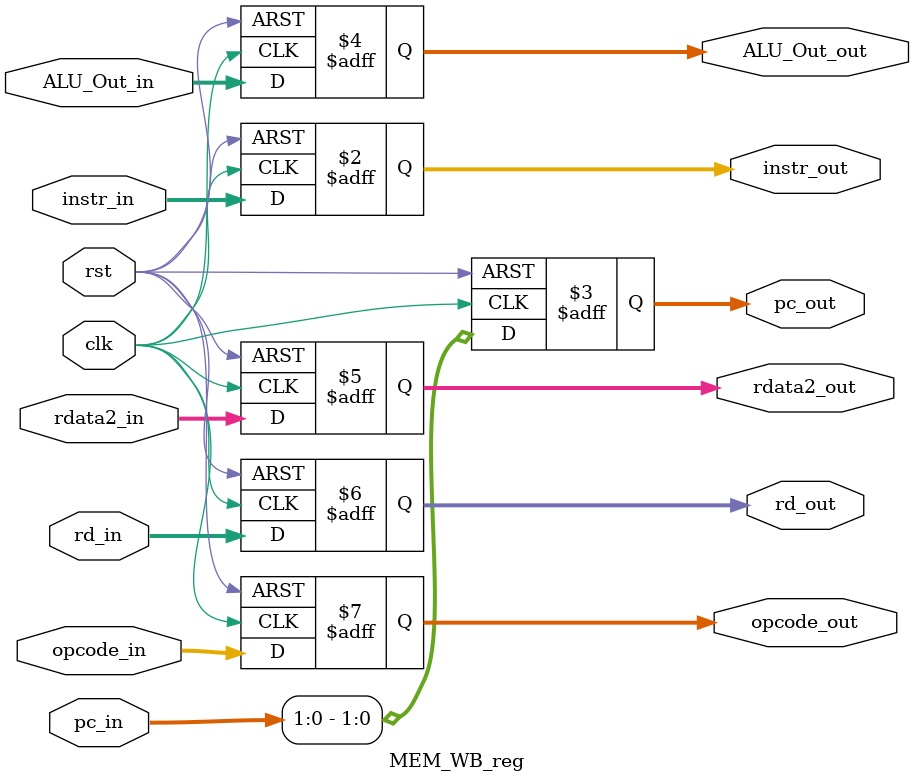
<source format=v>
`timescale 1ns / 1ps

module MEM_WB_reg(
    input clk,
    input rst,
    input [31:0] instr_in,
    input [31:0] pc_in,
    input [31:0] ALU_Out_in,
    input [31:0] rdata2_in,
    input [4:0] rd_in,
    input [5:0] opcode_in,
    output reg [31:0] instr_out,
    output reg [31:32] pc_out,
    output reg [31:0] ALU_Out_out,
    output reg [31:0] rdata2_out,
    output reg [4:0] rd_out,
    output reg [5:0] opcode_out
);
    always @(posedge clk or posedge rst) begin
        if (rst) begin
            instr_out <= 32'b0;
            pc_out <= 32'b0;
            ALU_Out_out <= 32'b0;
            rdata2_out <= 32'b0;
            rd_out <= 5'b0;
            opcode_out <= 6'b0;
        end else begin
            instr_out <= instr_in;
            pc_out <= pc_in;
            ALU_Out_out <= ALU_Out_in;
            rdata2_out <= rdata2_in;
            rd_out <= rd_in;
            opcode_out <= opcode_in;
        end
    end
endmodule
</source>
